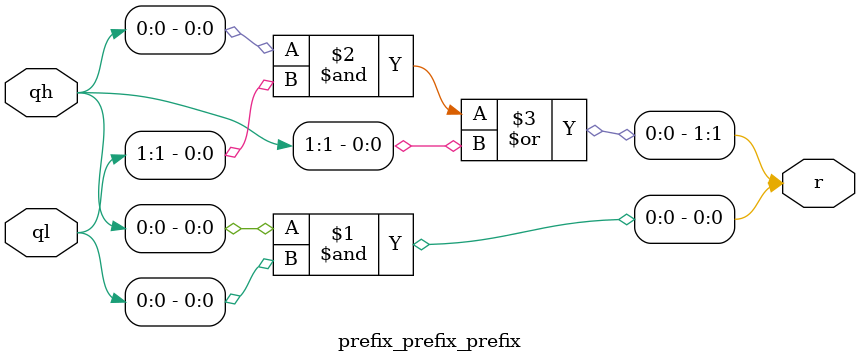
<source format=v>
`define INPUT_SIZE_SIZE 256		//set the input size n
`define GROUP_SIZE_SIZE 4		  //set the group size = 1, 2, 4, 8 or 16

module BKAA(
	input wire                      			clk, rst_ni,
	input	wire  [`INPUT_SIZE_SIZE - 1:0]  	A,
	input	wire  [`INPUT_SIZE_SIZE - 1: 0]	B,
	input                           			C_in,
	output wire  [`INPUT_SIZE_SIZE - 1:0]  	Sum,
	output wire                     			Cout
	);
	
	
wire  [`INPUT_SIZE_SIZE - 1: 0]								S;
wire	[`INPUT_SIZE_SIZE - 1:0]		   					S_tmp;
wire	[`INPUT_SIZE_SIZE / `GROUP_SIZE_SIZE * 2 - 1:0]	r;
wire  [`INPUT_SIZE_SIZE / `GROUP_SIZE_SIZE * 2 - 1:0] r_out;	
wire	[`INPUT_SIZE_SIZE / `GROUP_SIZE_SIZE * 2 - 1:0]	r_temp;
wire	[`INPUT_SIZE_SIZE / `GROUP_SIZE_SIZE * 2 - 1:0]	r_temp_out;
wire	[`INPUT_SIZE_SIZE / `GROUP_SIZE_SIZE:0]			cin;
wire	[`INPUT_SIZE_SIZE / `GROUP_SIZE_SIZE:0]			cin_out;
wire	[`INPUT_SIZE_SIZE / `GROUP_SIZE_SIZE * 2 - 1:0]	q;
wire	[`INPUT_SIZE_SIZE / `GROUP_SIZE_SIZE * 2 - 1:0]	q_out;





	assign cin[0] = C_in;
	
	generate
	genvar i;
	
	
	for(i = 0;i < `INPUT_SIZE_SIZE / `GROUP_SIZE_SIZE;i = i + 1) begin: parallel_FA_FA_FA //test
		group_q_q_q #(.Group_size_SIZE(`GROUP_SIZE_SIZE))
f(.a(A[`GROUP_SIZE_SIZE * (i + 1) - 1:`GROUP_SIZE_SIZE * i]),
		  .b(B[`GROUP_SIZE_SIZE * (i + 1) - 1:`GROUP_SIZE_SIZE * i]),
		  .cin(cin[i]),
		  .s(S[`GROUP_SIZE_SIZE * (i + 1) - 1:`GROUP_SIZE_SIZE * i]),
		  .qg(q[i * 2 + 1: i * 2]));
end

/*
for (i = 0; i < `INPUT_SIZE_SIZE / `GROUP_SIZE_SIZE; i = i + 1) begin: registerP
reg_reg_reg_1
r4(.clk(clk),
		   .rst_ni(rst_ni),
		   .data_in(q[i * 2 + 1: i * 2]),
		   .data_out(q_out[i * 2 + 1: i * 2])
);
end*/
	
	first_half_half_half #(.Treesize(`INPUT_SIZE_SIZE / `GROUP_SIZE_SIZE))
t1(.q(q[`INPUT_SIZE_SIZE / `GROUP_SIZE_SIZE * 2 - 1: 0]),
	   .r(r[`INPUT_SIZE_SIZE / `GROUP_SIZE_SIZE * 2 - 1: 0])
);


	
	second_half_half_half #(.Treesize(`INPUT_SIZE_SIZE / `GROUP_SIZE_SIZE)) //original
t2(.q(r[`INPUT_SIZE_SIZE / `GROUP_SIZE_SIZE * 2 - 1: 0]),
	   .r(r_out[`INPUT_SIZE_SIZE / `GROUP_SIZE_SIZE * 2 - 1: 0])
);

/*
for (i = 0; i < `INPUT_SIZE_SIZE / `GROUP_SIZE_SIZE; i = i + 1) begin: registerC
reg_reg_reg_1
r6(.clk(clk),
		   .rst_ni(rst_ni),
		   .data_in(r_out[2 * i + 1: 2 * i]),
		   .data_out(r_temp_out[2 * i + 1: 2 * i])
);
end*/

for (i = 0; i < `INPUT_SIZE_SIZE / `GROUP_SIZE_SIZE; i = i + 1) begin: cin_generation
		cin_gen_cin_gen f(	.r(r_out[2 * i + 1: 2 * i]),
										.c0(C_in),
										.cin(cin[i + 1]));
end

		
	assign Sum = S[`INPUT_SIZE_SIZE - 1:0]; //original
	
	assign Cout = cin[`INPUT_SIZE_SIZE / `GROUP_SIZE_SIZE]; //original	
	endgenerate
	
/*
always @(posedge clk or negedge rst_ni) begin
	if(!rst_ni) begin
		Sum_tmp <= 0;
		Cout_tmp <= 0;
	end else begin
		Sum_tmp <= Sum;
		Cout_tmp <= Cout;
	end
end
*/	
endmodule


//Cin_gen_cin_gen
module cin_gen_cin_gen(r,c0,cin);

	input	[1:0]	r;
	input		c0;
	output		cin;
	
	assign cin = (r[0] & c0) | r[1];
	
endmodule


module group_q_q_q #(parameter Group_size_SIZE = `GROUP_SIZE_SIZE) (a, b, cin, s, qg);

input[Group_size_SIZE - 1: 0]a;
input[Group_size_SIZE - 1: 0]b;
	input				         cin;
output[Group_size_SIZE - 1: 0]s;
output[1: 0]qg;

wire[2 * Group_size_SIZE - 1: 0]q;
wire[Group_size_SIZE - 1: 0]c;
	
	assign c[0] = cin;

generate
	genvar i;
for (i = 0; i < Group_size_SIZE; i = i + 1) begin: parallel_FA_FA_FA
		FA_FA_FA f(.a(a[i]),
						.b(b[i]),
						.cin(c[i]),
						.s(s[i]),
						.q(q[i * 2 + 1: i * 2]));
if (i != Group_size_SIZE - 1) begin: special_case
			assign c[i + 1] = q[i * 2 + 1] | q[i * 2] & c[i];
end
end

//group q generation based on the Group_size_SIZE
if (Group_size_SIZE == 1) begin: case_gs1
		assign qg[1] = q[1];
		assign qg[0] = q[0];
end
	else if (Group_size_SIZE == 2) begin: case_gs2
		assign qg[1] = q[3] | (q[1] & q[2]);
		assign qg[0] = q[2] & q[0];
end
	else if (Group_size_SIZE == 4) begin: case_gs4
		assign qg[1] = q[7] | (q[5] & q[6]) | (q[3] & q[6] & q[4]) | (q[1] & q[6] & q[4] & q[2]);
		assign qg[0] = q[6] & q[4] & q[2] & q[0];
end
	else if (Group_size_SIZE == 8) begin: case_gs8b
		assign qg[1] = q[15] | (q[13] & q[14]) | (q[11] & q[14] & q[12]) | (q[9] & q[14] & q[12] & q[10]) | (q[7] & q[14] & q[12] & q[10] & q[8]) | (q[5] & q[14] & q[12] & q[10] & q[8] & q[6]) | (q[3] & q[14] & q[12] & q[10] & q[8] & q[6] & q[4]) | (q[1] & q[14] & q[12] & q[10] & q[8] & q[6] & q[4] & q[2]);
		assign qg[0] = q[14] & q[12] & q[10] & q[8] & q[6] & q[4] & q[2] & q[0];
end 
	else if (Group_size_SIZE == 16) begin: case_gs16
		assign qg[1] = q[31] | (q[29] & q[30]) | (q[27] & q[30] & q[28]) | (q[25] & q[30] & q[28] & q[26]) | (q[7] & q[30] & q[28] & q[26] & q[24]) | (q[21] & q[30] & q[28] & q[26] & q[24] & q[22]) | (q[19] & q[30] & q[28] & q[26] & q[24] & q[22] & q[20]) | (q[17] & q[30] & q[28] & q[26] & q[24] & q[22] & q[20] & q[18]) | (q[15] & q[30] & q[28] & q[26] & q[24] & q[22] & q[20] & q[18] & q[16]) | (q[13] & q[30] & q[28] & q[26] & q[24] & q[22] & q[20] & q[18] & q[16] & q[14]) | (q[11] & q[30] & q[28] & q[26] & q[24] & q[22] & q[20] & q[18] & q[16] & q[14] & q[12]) | (q[9] & q[30] & q[28] & q[26] & q[24] & q[22] & q[20] & q[18] & q[16] & q[14] & q[12] & q[10]) | (q[7] & q[30] & q[28] & q[26] & q[24] & q[22] & q[20] & q[18] & q[16] & q[14] & q[12] & q[10] & q[8]) | (q[5] & q[30] & q[28] & q[26] & q[24] & q[22] & q[20] & q[18] & q[16] & q[14] & q[12] & q[10] & q[8] & q[6]) | (q[3] & q[30] & q[28] & q[26] & q[24] & q[22] & q[20] & q[18] & q[16] & q[14] & q[12] & q[10] & q[8] & q[6] & q[4]) | (q[1] & q[30] & q[28] & q[26] & q[24] & q[22] & q[20] & q[18] & q[16] & q[14] & q[12] & q[10] & q[8] & q[6] & q[4] & q[2]);
		assign qg[0] = q[30] & q[28] & q[26] & q[24] & q[22] & q[20] & q[18] & q[16] & q[14] & q[12] & q[10] & q[8] & q[6] & q[4] & q[2];
end
endgenerate

endmodule

//FA_cell_CLA
module FA_FA_FA(a, b, cin, s, q);

	input 		a;
	input 		b;
	input 		cin;
	output 		s;
output[1: 0]q;
	
	assign q[0] = a ^ b;
	assign s = q[0] ^ cin;
	assign q[1] = a & b;

endmodule

module reg_reg_reg_1 (
	input wire clk,      // Clock input
		input wire rst_ni,    // Rst_ni input
			input wire[1: 0]data_in,  // Data input (1 bits)
				output wire[1: 0]data_out  // Data output (1 bits)
);

reg[1: 0]reg_data;  // 4-bit register data
    
    always @(posedge clk or negedge rst_ni) begin
if (!rst_ni) begin
reg_data <= 2'b00;  // Rst_ni the register to 0
        end else begin
reg_data <= data_in;  // Load data on each clock edge
end
end

    assign data_out = reg_data;  // Output is the register data

endmodule

module reg_reg_reg_2 (
	input wire clk,      // Clock input
		input wire rst_ni,    // Rst_ni input
			input wire  data_in,  // Data input (1 bits)
				output wire data_out  // Data output (1 bits)
);

    reg  reg_data;  // 1-bit register data
    
    always @(posedge clk or negedge rst_ni) begin
if (!rst_ni) begin
reg_data <= 1'b0;  // Rst_ni the register to 0
        end else begin
reg_data <= data_in;  // Load data on each clock edge
end
end

    assign data_out = reg_data;  // Output is the register data

endmodule

module reg_reg_reg_3 (
	input wire clk,      // Clock input
		input wire rst_ni,    // Rst_ni input
			input wire[`GROUP_SIZE_SIZE-1:0] data_in,  // Data input (4 bits)
    output wire [`GROUP_SIZE_SIZE - 1: 0]data_out  // Data output (4 bits)
);

reg[`GROUP_SIZE_SIZE-1:0] reg_data;  // 8-bit register data
    
    always @(posedge clk or negedge rst_ni) begin
        if (!rst_ni) begin
            reg_data <= 0;  // Rst_ni the register to 0
        end else begin
            reg_data <= data_in;  // Load data on each clock edge
        end
    end

    assign data_out = reg_data;  // Output is the register data

endmodule


module second_half_half_half #(parameter Treesize = `INPUT_SIZE_SIZE / `GROUP_SIZE_SIZE)(q,r);

	input	[Treesize * 2 - 1:0]	q;
	output	[Treesize * 2 - 1:0]	r;
	
	wire	[Treesize * 2 * ($clog2(Treesize) - 1) - 1:0]	r_temp;
	
	assign r_temp[Treesize * 2 - 1:0] = q[Treesize * 2 - 1:0];
	
	generate
	genvar i, j;
	for(i = 0;i < $clog2(Treesize) - 2;i = i + 1) begin: second_half_level
		assign r_temp[Treesize * 2 * (i + 1) + ((Treesize / (2 ** i)) - 1 - 2 ** ($clog2(Treesize / 4) - i)) * 2 - 1:Treesize * 2 * (i + 1)] = r_temp[Treesize * 2 * i + ((Treesize / (2 ** i)) - 1 - 2 ** ($clog2(Treesize / 4) - i)) * 2 - 1:Treesize * 2 * i];
		for(j = (Treesize / (2 ** i)) - 1 - 2 ** ($clog2(Treesize / 4) - i);j < Treesize;j = j + 2 ** ($clog2(Treesize / 2) - i)) begin: second_half_level_logic
			prefix_prefix_prefix f(.ql(r_temp[Treesize * 2 * i + (j - 2 ** ($clog2(Treesize / 4) - i)) * 2 + 1:Treesize * 2 * i + (j - 2 ** ($clog2(Treesize / 4) - i)) * 2]),
						   .qh(r_temp[Treesize * 2 * i + j * 2 + 1:Treesize * 2 * i + j * 2]),
						   .r(r_temp[Treesize * 2 * (i + 1) + j * 2 + 1:Treesize * 2 * (i + 1) + j * 2]));
			if(j != Treesize - 1 - 2 ** ($clog2(Treesize / 4) - i)) begin: second_half_level_direct_connect
				assign r_temp[Treesize * 2 * (i + 1) + (j + 2 ** ($clog2(Treesize / 2) - i)) * 2 - 1:Treesize * 2 * (i + 1) + j * 2 + 2] = r_temp[Treesize * 2 * i + (j + 2 ** ($clog2(Treesize / 2) - i)) * 2 - 1:Treesize * 2 * i + j * 2 + 2];
			end
		end
		assign r_temp[Treesize * 2 * (i + 2) - 1:Treesize * 2 * (i + 2) - (2 ** ($clog2(Treesize / 4) - i)) * 2] = r_temp[Treesize * 2 * (i + 1) - 1:Treesize * 2 * (i + 1) - (2 ** ($clog2(Treesize / 4) - i)) * 2];
	end
	assign r[1:0] = r_temp[Treesize * 2 * ($clog2(Treesize) - 2) + 1:Treesize * 2 * ($clog2(Treesize) - 2)];
	for(i = 1;i < Treesize;i = i + 2) begin: final_r_odd
		assign r[i * 2 + 1:i * 2] = r_temp[Treesize * 2 * ($clog2(Treesize) - 2) + i * 2 + 1:Treesize * 2 * ($clog2(Treesize) - 2) + i * 2];
	end
	for(i = 2;i < Treesize;i = i + 2) begin: final_r_even
		prefix_prefix_prefix f(.ql(r_temp[Treesize * 2 * ($clog2(Treesize) - 2) + i * 2 - 1:Treesize * 2 * ($clog2(Treesize) - 2) + i * 2 - 2]),
					   .qh(r_temp[Treesize * 2 * ($clog2(Treesize) - 2) + i * 2 + 1:Treesize * 2 * ($clog2(Treesize) - 2) + i * 2]),
					   .r(r[i * 2 + 1:i * 2]));
	end
	endgenerate
	
endmodule

module first_half_half_half #(parameter Treesize = `INPUT_SIZE_SIZE / `GROUP_SIZE_SIZE)(q,r);

	//input clk, rst_ni; //test pipeline
	input	[Treesize * 2 - 1:0]	q;
	output	[Treesize * 2 - 1:0]	r;
	
	//wire  [Treesize * 2 - 1:0]	r_temp_temp;
	
	generate
	genvar i;
	if(Treesize == 2) begin: trival_case
		assign r[1:0] = q[1:0];
		
		prefix_prefix_prefix f(.ql(q[1:0]),
							.qh(q[3:2]),
							.r(r[3:2])
							);
	end
	else begin: recursive_case
		wire	[Treesize * 2 - 1:0]	r_temp;
		//reg   [Treesize * 2 - 1:0]	r_temp_temp;
		
		first_half_half_half #(.Treesize(Treesize / 2))
		recursion_lsbh(.q(q[Treesize - 1:0]),
							.r(r_temp[Treesize - 1:0])
							);
							
		first_half_half_half #(.Treesize(Treesize / 2))
		recursion_msbh(.q(q[Treesize * 2 - 1:Treesize]),
							.r(r_temp[Treesize * 2 - 1:Treesize])
							);
		
		for(i = 0;i < Treesize * 2;i = i + 2) begin: parallel_stitch_up
			if(i != Treesize * 2 - 2) begin: parallel_stitch_up_pass
				assign r[i + 1:i] = r_temp[i + 1:i];
			end
			else begin: parallel_stitch_up_produce
				prefix_prefix_prefix f(.ql(r_temp[Treesize - 1:Treesize - 2]),
									.qh(r_temp[Treesize * 2 - 1:Treesize * 2 - 2]),
									.r(r[Treesize * 2 - 1:Treesize * 2 - 2])
									);
			end
		end
	end
	endgenerate
	
endmodule

//basic_logic
module prefix_prefix_prefix(ql,qh,r);
	
	input	[1:0]	ql;
	input	[1:0]	qh;
	output	[1:0]	r;
	
	assign r[0] = qh[0] & ql[0];
	assign r[1] = (qh[0] & ql[1]) | qh[1];
	
endmodule

</source>
